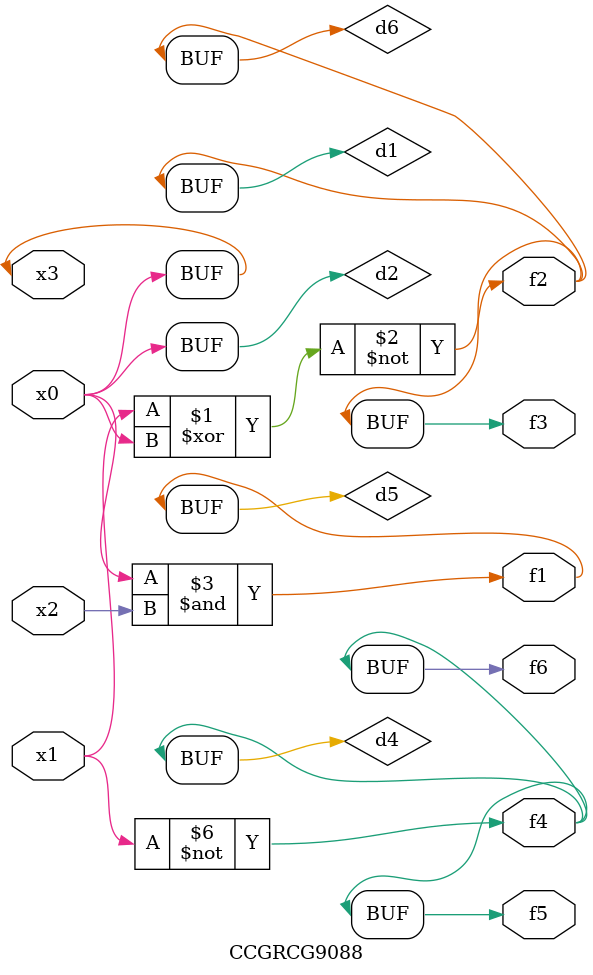
<source format=v>
module CCGRCG9088(
	input x0, x1, x2, x3,
	output f1, f2, f3, f4, f5, f6
);

	wire d1, d2, d3, d4, d5, d6;

	xnor (d1, x1, x3);
	buf (d2, x0, x3);
	nand (d3, x0, x2);
	not (d4, x1);
	nand (d5, d3);
	or (d6, d1);
	assign f1 = d5;
	assign f2 = d6;
	assign f3 = d6;
	assign f4 = d4;
	assign f5 = d4;
	assign f6 = d4;
endmodule

</source>
